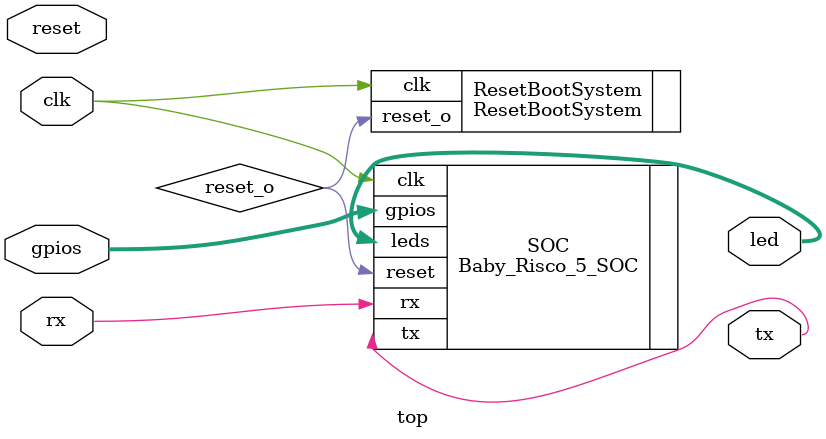
<source format=v>
module top (
    input wire clk,
    input wire reset,
    input wire rx,
    output wire tx,
    output wire [7:0]led,
    inout [5:0]gpios
);

wire reset_o;

ResetBootSystem #(
    .CYCLES(20)
) ResetBootSystem(
    .clk(clk),
    .reset_o(reset_o)
);

Baby_Risco_5_SOC #(
    .CLOCK_FREQ(25000000),
    .BIT_RATE(115200),
    .MEMORY_SIZE(4096),
    .MEMORY_FILE("../../software/memory/addi.hex"),
    .GPIO_WIDHT(6),
    .UART_BUFFER_SIZE(16)
) SOC(
    .clk(clk),
    .reset(reset_o),
    .leds(led),
    .rx(rx),
    .tx(tx),
    .gpios(gpios)
);


endmodule

</source>
